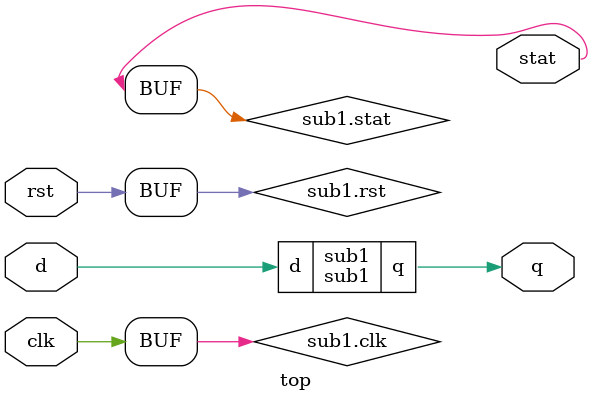
<source format=v>
module  sub2 (
  input  clk, rst,
  input  d,
  output stat,
  output reg q
);

assign  stat = ~q;

always @(posedge clk)
if (rst)
    q<=0;
else
    q<=d;
  
endmodule

module  sub1 (
  input  d,
  output q
);

wire clk, rst, stat;

sub2 sub2(.d(d), .q(q), .stat(stat), .clk(clk), .rst(rst) );
  
endmodule

module  top (
  input  clk, rst,
  input  d,
  output q, stat
);

sub1 sub1(.d(d), .q(q));

assign  sub1.clk = clk;
assign  sub1.rst = rst;
assign  stat = sub1.stat;
  
endmodule

</source>
